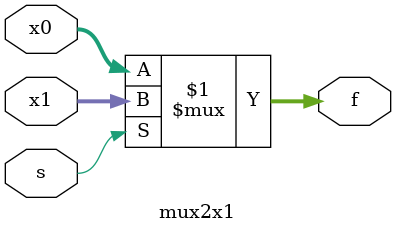
<source format=v>
module mux2x1 #(parameter n = 32) 
               (input [n-1:0] x0 , x1 , input s , output [n-1:0] f);
    assign f = (s)? x1 : x0 ;
endmodule 
</source>
